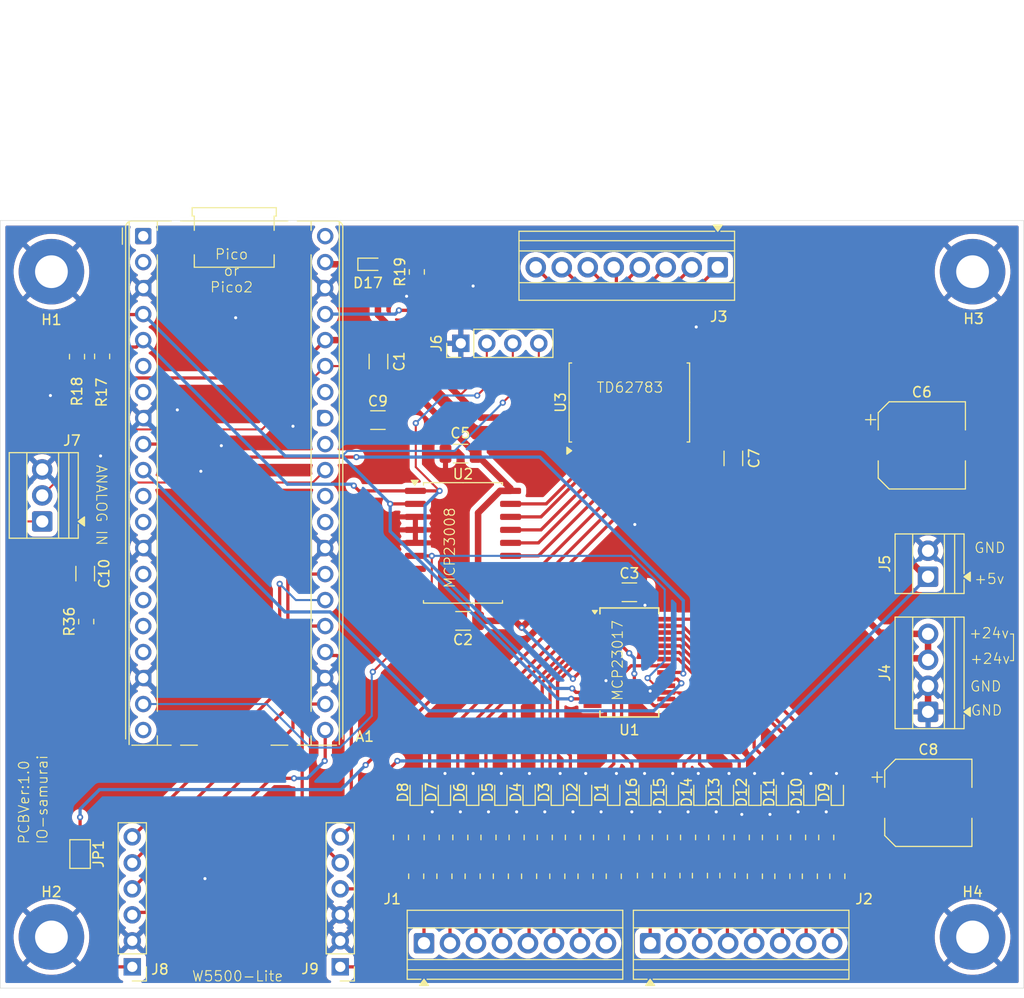
<source format=kicad_pcb>
(kicad_pcb (version 20241229) (generator "pcbnew") (generator_version "9.0")
  (layers (0 "F.Cu" signal) (2 "B.Cu" signal) (13 "F.Paste" user) (15 "B.Paste" user) (5 "F.SilkS" user "F.Silkscreen") (7 "B.SilkS" user "B.Silkscreen") (1 "F.Mask" user) (3 "B.Mask" user) (25 "Edge.Cuts" user))
  (net 0 "")
  (net 1 "GND")
  (net 2 "+5V")
  (net 4 "/MISO")
  (net 6 "/SCSn")
  (net 7 "/INTn")
  (net 9 "/adc0")
  (net 10 "/RSTn")
  (net 14 "/SCLK")
  (net 15 "/MOSI")
  (net 17 "Net-(J1-Pin_8)")
  (net 18 "Net-(J1-Pin_7)")
  (net 19 "Net-(J1-Pin_3)")
  (net 20 "Net-(J1-Pin_5)")
  (net 21 "Net-(J1-Pin_2)")
  (net 22 "Net-(J1-Pin_1)")
  (net 23 "Net-(J1-Pin_6)")
  (net 24 "Net-(J1-Pin_4)")
  (net 25 "Net-(J2-Pin_8)")
  (net 26 "Net-(J2-Pin_4)")
  (net 27 "Net-(J2-Pin_2)")
  (net 28 "Net-(J2-Pin_3)")
  (net 29 "Net-(J2-Pin_5)")
  (net 30 "Net-(J2-Pin_6)")
  (net 31 "Net-(J2-Pin_1)")
  (net 32 "Net-(J2-Pin_7)")
  (net 33 "+24V")
  (net 48 "/inp07")
  (net 49 "/inp06")
  (net 50 "/inp05")
  (net 51 "/inp04")
  (net 52 "/inp03")
  (net 53 "/inp02")
  (net 54 "/inp01")
  (net 55 "/inp00")
  (net 56 "/inp15")
  (net 57 "/inp14")
  (net 58 "/inp13")
  (net 59 "/inp12")
  (net 60 "/inp11")
  (net 61 "/inp10")
  (net 62 "/inp09")
  (net 63 "/inp08")
  (net 64 "/out04i")
  (net 65 "/out02i")
  (net 66 "/out06i")
  (net 67 "/out07i")
  (net 68 "/out00i")
  (net 69 "/out03i")
  (net 70 "/out01i")
  (net 71 "/out05i")
  (net 72 "/o04")
  (net 73 "/o01")
  (net 74 "/o00")
  (net 75 "/o02")
  (net 76 "/o07")
  (net 77 "/o05")
  (net 78 "/o06")
  (net 79 "/o03")
  (net 80 "/in_inta")
  (net 81 "/~{reset}")
  (net 82 "/sda")
  (net 83 "/in_intb")
  (net 84 "/sck")
  (net 85 "+3.3V")
  (net 86 "Net-(A1-3V3_EN)")
  (net 87 "Net-(A1-VSYS)")
  (net 88 "Net-(J8-Pin_1)")
  (net 89 "Net-(C10-Pad2)")
  (footprint "Resistor_SMD:R_0805_2012Metric" (layer "F.Cu") (at 25.407 50.384 90)
    (property "Reference" "R18")
    (property "Value" "4k7")
  )
  (footprint "Jumper:SolderJumper-2_P1.3mm_Open_TrianglePad1.0x1.5mm" (layer "F.Cu") (at 25.707 98.984 -90)
    (property "Reference" "JP1")
    (property "Value" "Jumper_2_Open")
  )
  (footprint "Resistor_SMD:R_0805_2012Metric" (layer "F.Cu") (at 69.577857 101.1535 90)
    (property "Reference" "R4" (hide yes))
    (property "Value" "10k")
  )
  (footprint "Diode_SMD:D_SOD-523" (layer "F.Cu") (at 86.269286 92.964 90)
    (property "Reference" "D14")
    (property "Value" "3v6")
  )
  (footprint "Resistor_SMD:R_0805_2012Metric" (layer "F.Cu") (at 94.324714 101.1535 90)
    (property "Reference" "R7" (hide yes))
    (property "Value" "10k")
  )
  (footprint "Resistor_SMD:R_0805_2012Metric" (layer "F.Cu") (at 86.269286 101.092 90)
    (property "Reference" "R14" (hide yes))
    (property "Value" "10k")
  )
  (footprint "Resistor_SMD:R_0805_2012Metric" (layer "F.Cu") (at 79.61 97.36 90)
    (property "Reference" "R28" (hide yes))
    (property "Value" "1.5k")
  )
  (footprint "Diode_SMD:D_SOD-523" (layer "F.Cu") (at 75.093286 92.964 90)
    (property "Reference" "D2")
    (property "Value" "3v6")
  )
  (footprint "TerminalBlock:TerminalBlock_Xinya_XY308-2.54-2P_1x02_P2.54mm_Horizontal" (layer "F.Cu") (at 108.5565 71.887 90)
    (property "Reference" "J5")
    (property "Value" "Screw_Terminal_01x02")
  )
  (footprint "TerminalBlock:TerminalBlock_Xinya_XY308-2.54-3P_1x03_P2.54mm_Horizontal" (layer "F.Cu") (at 22.007 66.484 90)
    (property "Reference" "J7")
    (property "Value" "Screw_Terminal_01x03" (hide yes))
  )
  (footprint "Resistor_SMD:R_0805_2012Metric" (layer "F.Cu") (at 87.86 97.36 90)
    (property "Reference" "R31" (hide yes))
    (property "Value" "1.5k")
  )
  (footprint "Resistor_SMD:R_0805_2012Metric" (layer "F.Cu") (at 26.307 76.2715 90)
    (property "Reference" "R36")
    (property "Value" "10k")
  )
  (footprint "Diode_SMD:D_SOD-523" (layer "F.Cu") (at 61.304714 92.964 90)
    (property "Reference" "D7")
    (property "Value" "3v6")
  )
  (footprint "Diode_SMD:D_SOD-523" (layer "F.Cu") (at 94.324714 92.964 90)
    (property "Reference" "D11")
    (property "Value" "3v6")
  )
  (footprint "Capacitor_SMD:CP_Elec_8x5.4" (layer "F.Cu") (at 107.95 59.055)
    (property "Reference" "C6")
    (property "Value" "100uF 9v")
  )
  (footprint "Capacitor_SMD:CP_Elec_8x5.4" (layer "F.Cu") (at 108.585 93.98)
    (property "Reference" "C8")
    (property "Value" "100uF 50v")
  )
  (footprint "Resistor_SMD:R_0805_2012Metric" (layer "F.Cu") (at 73.86 97.36 90)
    (property "Reference" "R26" (hide yes))
    (property "Value" "1.5k")
  )
  (footprint "Capacitor_SMD:C_1206_3216Metric" (layer "F.Cu") (at 62.885 59.86 180)
    (property "Reference" "C5")
    (property "Value" "100nF")
  )
  (footprint "Resistor_SMD:R_0805_2012Metric" (layer "F.Cu") (at 98.61 97.36 90)
    (property "Reference" "R35" (hide yes))
    (property "Value" "1.5k")
  )
  (footprint "Resistor_SMD:R_0805_2012Metric" (layer "F.Cu") (at 58.61 42.11 90)
    (property "Reference" "R19")
    (property "Value" "100k")
  )
  (footprint "Capacitor_SMD:C_1206_3216Metric" (layer "F.Cu") (at 54.86 50.86 90)
    (property "Reference" "C1")
    (property "Value" "100nF")
  )
  (footprint "Resistor_SMD:R_0805_2012Metric" (layer "F.Cu") (at 58.547 101.1535 90)
    (property "Reference" "R12" (hide yes))
    (property "Value" "10k")
  )
  (footprint "Diode_SMD:D_SOD-523" (layer "F.Cu") (at 83.584143 92.964 90)
    (property "Reference" "D15")
    (property "Value" "3v6")
  )
  (footprint "Diode_SMD:D_SOD-523" (layer "F.Cu") (at 77.851 92.964 90)
    (property "Reference" "D1")
    (property "Value" "3v6")
  )
  (footprint "Module:RaspberryPi_Pico_Common_THT" (layer "F.Cu") (at 31.877 38.608)
    (property "Reference" "A1")
    (property "Value" "RaspberryPi_Pico")
  )
  (footprint "Resistor_SMD:R_0805_2012Metric" (layer "F.Cu") (at 65.61 97.36 90)
    (property "Reference" "R23" (hide yes))
    (property "Value" "1.5k")
  )
  (footprint "MountingHole:MountingHole_3.2mm_M3_Pad_TopBottom" (layer "F.Cu") (at 22.907 107.084)
    (property "Reference" "H2")
    (property "Value" "3.2mm")
  )
  (footprint "Resistor_SMD:R_0805_2012Metric" (layer "F.Cu") (at 75.093286 101.1535 90)
    (property "Reference" "R2" (hide yes))
    (property "Value" "10k")
  )
  (footprint "Capacitor_SMD:C_1206_3216Metric" (layer "F.Cu") (at 79.375 73.406)
    (property "Reference" "C3")
    (property "Value" "100nF")
  )
  (footprint "Resistor_SMD:R_0805_2012Metric" (layer "F.Cu") (at 97.009857 101.1535 90)
    (property "Reference" "R6" (hide yes))
    (property "Value" "10k")
  )
  (footprint "Resistor_SMD:R_0805_2012Metric" (layer "F.Cu") (at 77.851 101.1535 90)
    (property "Reference" "R1" (hide yes))
    (property "Value" "10k")
  )
  (footprint "Diode_SMD:D_SOD-523" (layer "F.Cu") (at 66.820143 92.964 90)
    (property "Reference" "D5")
    (property "Value" "3v6")
  )
  (footprint "Resistor_SMD:R_0805_2012Metric" (layer "F.Cu") (at 83.584143 101.092 90)
    (property "Reference" "R15" (hide yes))
    (property "Value" "10k")
  )
  (footprint "Package_SO:SOIC-18W_7.5x11.6mm_P1.27mm" (layer "F.Cu") (at 79.375 54.864 90)
    (property "Reference" "U3")
    (property "Value" "TBD62783A")
  )
  (footprint "Diode_SMD:D_SOD-523" (layer "F.Cu") (at 99.695 92.964 90)
    (property "Reference" "D9")
    (property "Value" "3v6")
  )
  (footprint "Resistor_SMD:R_0805_2012Metric" (layer "F.Cu") (at 99.695 101.1535 90)
    (property "Reference" "R5" (hide yes))
    (property "Value" "10k")
  )
  (footprint "Connector_PinHeader_2.54mm:PinHeader_1x06_P2.54mm_Vertical" (layer "F.Cu") (at 30.807 110.004 180)
    (property "Reference" "J8")
    (property "Value" "Conn_01x06_Pin")
  )
  (footprint "Resistor_SMD:R_0805_2012Metric" (layer "F.Cu") (at 68.36 97.36 90)
    (property "Reference" "R24" (hide yes))
    (property "Value" "1.5k")
  )
  (footprint "MountingHole:MountingHole_3.2mm_M3_Pad_TopBottom" (layer "F.Cu") (at 112.907 107.084)
    (property "Reference" "H4")
    (property "Value" "3.2mm")
  )
  (footprint "Capacitor_SMD:C_1206_3216Metric" (layer "F.Cu") (at 63.119 76.2 180)
    (property "Reference" "C2")
    (property "Value" "100nF")
  )
  (footprint "Resistor_SMD:R_0805_2012Metric" (layer "F.Cu") (at 91.639571 101.1535 90)
    (property "Reference" "R8" (hide yes))
    (property "Value" "10k")
  )
  (footprint "Capacitor_SMD:C_1206_3216Metric" (layer "F.Cu") (at 54.807 56.584)
    (property "Reference" "C9")
    (property "Value" "100nF")
  )
  (footprint "Diode_SMD:D_SOD-523" (layer "F.Cu") (at 88.954429 92.964 90)
    (property "Reference" "D13")
    (property "Value" "3v6")
  )
  (footprint "Resistor_SMD:R_0805_2012Metric" (layer "F.Cu") (at 62.86 97.36 90)
    (property "Reference" "R22" (hide yes))
    (property "Value" "1.5k")
  )
  (footprint "Resistor_SMD:R_0805_2012Metric" (layer "F.Cu") (at 57.06 97.36 90)
    (property "Reference" "R20" (hide yes))
    (property "Value" "1.5k")
  )
  (footprint "Resistor_SMD:R_0805_2012Metric" (layer "F.Cu") (at 93.11 97.36 90)
    (property "Reference" "R33" (hide yes))
    (property "Value" "1.5k")
  )
  (footprint "Diode_SMD:D_SOD-523" (layer "F.Cu") (at 69.577857 92.964 90)
    (property "Reference" "D4")
    (property "Value" "3v6")
  )
  (footprint "Resistor_SMD:R_0805_2012Metric" (layer "F.Cu") (at 66.820143 101.1535 90)
    (property "Reference" "R9" (hide yes))
    (property "Value" "10k")
  )
  (footprint "Resistor_SMD:R_0805_2012Metric" (layer "F.Cu") (at 82.36 97.36 90)
    (property "Reference" "R29" (hide yes))
    (property "Value" "1.5k")
  )
  (footprint "TerminalBlock:TerminalBlock_Xinya_XY308-2.54-4P_1x04_P2.54mm_Horizontal" (layer "F.Cu") (at 108.5565 85.09 90)
    (property "Reference" "J4")
    (property "Value" "Screw_Terminal_01x04")
  )
  (footprint "Diode_SMD:D_SOD-523" (layer "F.Cu") (at 97.009857 92.964 90)
    (property "Reference" "D10")
    (property "Value" "3v6")
  )
  (footprint "Resistor_SMD:R_0805_2012Metric" (layer "F.Cu") (at 90.36 97.36 90)
    (property "Reference" "R32" (hide yes))
    (property "Value" "1.5k")
  )
  (footprint "Resistor_SMD:R_0805_2012Metric" (layer "F.Cu") (at 71.11 97.36 90)
    (property "Reference" "R25" (hide yes))
    (property "Value" "1.5k")
  )
  (footprint "MountingHole:MountingHole_3.2mm_M3_Pad_TopBottom" (layer "F.Cu") (at 22.907 42.084)
    (property "Reference" "H1")
    (property "Value" "3.2mm")
  )
  (footprint "Diode_SMD:D_SOD-523" (layer "F.Cu") (at 64.062429 92.964 90)
    (property "Reference" "D6")
    (property "Value" "3v6")
  )
  (footprint "TerminalBlock:TerminalBlock_Xinya_XY308-2.54-8P_1x08_P2.54mm_Horizontal" (layer "F.Cu") (at 88.011 41.656 180)
    (property "Reference" "J3")
    (property "Value" "Screw_Terminal_01x08")
  )
  (footprint "Package_SO:SOIC-18W_7.5x11.6mm_P1.27mm" (layer "F.Cu") (at 63.119 68.58)
    (property "Reference" "U2")
    (property "Value" "MCP23008-xSO")
  )
  (footprint "Diode_SMD:D_SOD-523" (layer "F.Cu") (at 58.547 92.964 90)
    (property "Reference" "D8")
    (property "Value" "3v6")
  )
  (footprint "Resistor_SMD:R_0805_2012Metric" (layer "F.Cu") (at 85.11 97.36 90)
    (property "Reference" "R30" (hide yes))
    (property "Value" "1.5k")
  )
  (footprint "TerminalBlock:TerminalBlock_Xinya_XY308-2.54-8P_1x08_P2.54mm_Horizontal" (layer "F.Cu") (at 81.407 107.696)
    (property "Reference" "J2")
    (property "Value" "Screw_Terminal_01x08")
  )
  (footprint "Diode_SMD:D_SOD-523" (layer "F.Cu") (at 91.639571 92.964 90)
    (property "Reference" "D12")
    (property "Value" "3v6")
  )
  (footprint "Resistor_SMD:R_0805_2012Metric" (layer "F.Cu") (at 27.86 50.36 90)
    (property "Reference" "R17")
    (property "Value" "4k7")
  )
  (footprint "TerminalBlock:TerminalBlock_Xinya_XY308-2.54-8P_1x08_P2.54mm_Horizontal" (layer "F.Cu") (at 59.309 107.696)
    (property "Reference" "J1")
    (property "Value" "Screw_Terminal_01x08")
  )
  (footprint "Resistor_SMD:R_0805_2012Metric" (layer "F.Cu") (at 61.304714 101.1535 90)
    (property "Reference" "R11" (hide yes))
    (property "Value" "10k")
  )
  (footprint "Diode_SMD:D_SOD-523" (layer "F.Cu") (at 72.335571 92.964 90)
    (property "Reference" "D3")
    (property "Value" "3v6")
  )
  (footprint "Resistor_SMD:R_0805_2012Metric" (layer "F.Cu") (at 72.335571 101.1535 90)
    (property "Reference" "R3" (hide yes))
    (property "Value" "10k")
  )
  (footprint "Connector_PinHeader_2.54mm:PinHeader_1x06_P2.54mm_Vertical" (layer "F.Cu") (at 51.127 110.004 180)
    (property "Reference" "J9")
    (property "Value" "Conn_01x06_Pin")
  )
  (footprint "Resistor_SMD:R_0805_2012Metric" (layer "F.Cu") (at 60.06 97.36 90)
    (property "Reference" "R21" (hide yes))
    (property "Value" "1.5k")
  )
  (footprint "Resistor_SMD:R_0805_2012Metric" (layer "F.Cu") (at 95.86 97.36 90)
    (property "Reference" "R34" (hide yes))
    (property "Value" "1.5k")
  )
  (footprint "Resistor_SMD:R_0805_2012Metric" (layer "F.Cu") (at 88.954429 101.092 90)
    (property "Reference" "R13" (hide yes))
    (property "Value" "10k")
  )
  (footprint "Resistor_SMD:R_0805_2012Metric" (layer "F.Cu") (at 64.062429 101.1535 90)
    (property "Reference" "R10" (hide yes))
    (property "Value" "10k")
  )
  (footprint "Diode_SMD:D_SOD-523" (layer "F.Cu") (at 54.11 41.36)
    (property "Reference" "D17")
    (property "Value" "D_Schottky")
  )
  (footprint "Resistor_SMD:R_0805_2012Metric" (layer "F.Cu") (at 80.899 101.092 90)
    (property "Reference" "R16" (hide yes))
    (property "Value" "10k")
  )
  (footprint "Connector_PinHeader_2.54mm:PinHeader_1x04_P2.54mm_Vertical" (layer "F.Cu") (at 62.907 49.084 90)
    (property "Reference" "J6")
    (property "Value" "Conn_01x04_Pin")
  )
  (footprint "Capacitor_SMD:C_1206_3216Metric" (layer "F.Cu") (at 89.535 60.325 90)
    (property "Reference" "C7")
    (property "Value" "100nF")
  )
  (footprint "Package_SO:SSOP-28_5.3x10.2mm_P0.65mm" (layer "F.Cu") (at 79.375 80.264)
    (property "Reference" "U1")
    (property "Value" "MCP23017_SS")
  )
  (footprint "Capacitor_SMD:C_1206_3216Metric" (layer "F.Cu") (at 26.207 71.584 -90)
    (property "Reference" "C10")
    (property "Value" "100nF")
  )
  (footprint "Resistor_SMD:R_0805_2012Metric" (layer "F.Cu") (at 76.61 97.36 90)
    (property "Reference" "R27" (hide yes))
    (property "Value" "1.5k")
  )
  (footprint "MountingHole:MountingHole_3.2mm_M3_Pad_TopBottom" (layer "F.Cu") (at 112.907 42.084)
    (property "Reference" "H3")
    (property "Value" "3.2mm")
  )
  (footprint "Diode_SMD:D_SOD-523" (layer "F.Cu") (at 80.899 92.964 90)
    (property "Reference" "D16")
    (property "Value" "3v6")
  )
  (gr_line (start 116.907 77.484) (end 116.907 80.084) (stroke (width 0.1)) (layer "F.SilkS"))
  (gr_line (start 116.607 77.484) (end 116.907 77.484) (stroke (width 0.1)) (layer "F.SilkS"))
  (gr_line (start 116.907 80.084) (end 116.607 80.084) (stroke (width 0.1)) (layer "F.SilkS"))
  (gr_rect (start 17.907 37.084) (end 117.907 112.084) (stroke (width 0.05)) (fill no) (layer "Edge.Cuts"))
  (gr_text "MCP23017" (at 78.807 84.084 90) (layer "F.SilkS") (effects (font (size 1 1) (thickness 0.1)) (justify left bottom)))
  (gr_text "IO-samurai" (at 22.607 98.084 90) (layer "F.SilkS") (effects (font (size 1 1) (thickness 0.1)) (justify left bottom)))
  (gr_text "PCBVer:1.0" (at 20.807 98.084 90) (layer "F.SilkS") (effects (font (size 1 1) (thickness 0.1)) (justify left bottom)))
  (gr_text "Pico\nor\nPico2" (at 40.507 44.184 0) (layer "F.SilkS") (effects (font (size 1 1) (thickness 0.1)) (justify bottom)))
  (gr_text "GND" (at 113.007 69.647 0) (layer "F.SilkS") (effects (font (size 1 1) (thickness 0.1)) (justify left bottom)))
  (gr_text "GND" (at 112.6865 85.53 0) (layer "F.SilkS") (effects (font (size 1 1) (thickness 0.1)) (justify left bottom)))
  (gr_text "W5500-Lite" (at 36.577 111.504 0) (layer "F.SilkS") (effects (font (size 1 1) (thickness 0.1)) (justify left bottom)))
  (gr_text "GND" (at 112.607 83.184 0) (layer "F.SilkS") (effects (font (size 1 1) (thickness 0.1)) (justify left bottom)))
  (gr_text "ANALOG IN" (at 27.207 60.884 270) (layer "F.SilkS") (effects (font (size 1 1) (thickness 0.1)) (justify left bottom)))
  (gr_text "+24v" (at 112.507 77.984 0) (layer "F.SilkS") (effects (font (size 1 1) (thickness 0.1)) (justify left bottom)))
  (gr_text "+24v" (at 112.607 80.484 0) (layer "F.SilkS") (effects (font (size 1 1) (thickness 0.1)) (justify left bottom)))
  (gr_text "MCP23008" (at 62.407 73.084 90) (layer "F.SilkS") (effects (font (size 1 1) (thickness 0.1)) (justify left bottom)))
  (gr_text "+5v" (at 113.007 72.684 0) (layer "F.SilkS") (effects (font (size 1 1) (thickness 0.1)) (justify left bottom)))
  (gr_text "TD62783" (at 76.107 53.984 0) (layer "F.SilkS") (effects (font (size 1 1) (thickness 0.1)) (justify left bottom)))
  (segment (start 77.851 92.264) (end 77.851 91.369) (width 0.3175) (layer "F.Cu") (net 1))
  (segment (start 97.009857 91.210143) (end 97.11 91.11) (width 0.3175) (layer "F.Cu") (net 1))
  (segment (start 79.61 96.4475) (end 79.61 94.86) (width 0.3175) (layer "F.Cu") (net 1))
  (segment (start 99.695 91.195) (end 99.61 91.11) (width 0.3175) (layer "F.Cu") (net 1))
  (segment (start 82.36 96.4475) (end 82.36 94.86) (width 0.3175) (layer "F.Cu") (net 1))
  (segment (start 73.86 96.4475) (end 73.86 94.86) (width 0.3175) (layer "F.Cu") (net 1))
  (segment (start 91.639571 92.264) (end 91.639571 91.139571) (width 0.3175) (layer "F.Cu") (net 1))
  (segment (start 98.61 96.4475) (end 98.36 96.1975) (width 0.254) (layer "F.Cu") (net 1))
  (segment (start 84.51 83.51) (end 84.189 83.189) (width 0.2) (layer "F.Cu") (net 1))
  (segment (start 66.820143 91.149857) (end 66.86 91.11) (width 0.3175) (layer "F.Cu") (net 1))
  (segment (start 88.954429 91.265571) (end 89.11 91.11) (width 0.3175) (layer "F.Cu") (net 1))
  (segment (start 75.093286 91.126714) (end 75.11 91.11) (width 0.3175) (layer "F.Cu") (net 1))
  (segment (start 64.062429 91.157571) (end 64.11 91.11) (width 0.3175) (layer "F.Cu") (net 1))
  (segment (start 86.269286 91.269286) (end 86.11 91.11) (width 0.3175) (layer "F.Cu") (net 1))
  (segment (start 80.899 92.264) (end 80.899 91.149) (width 0.3175) (layer "F.Cu") (net 1))
  (segment (start 82.975 83.189) (end 81.538 83.189) (width 0.3175) (layer "F.Cu") (net 1))
  (segment (start 80.899 74.676) (end 80.85 74.627) (width 0.3175) (layer "F.Cu") (net 1))
  (segment (start 93.11 96.4475) (end 93.11 95.11) (width 0.3175) (layer "F.Cu") (net 1))
  (segment (start 90.36 96.4475) (end 90.36 95.11) (width 0.3175) (layer "F.Cu") (net 1))
  (segment (start 83.584143 92.264) (end 83.584143 91.135857) (width 0.3175) (layer "F.Cu") (net 1))
  (segment (start 61.304714 92.264) (end 61.304714 91.165286) (width 0.3175) (layer "F.Cu") (net 1))
  (segment (start 69.577857 92.264) (end 69.577857 91.142143) (width 0.3175) (layer "F.Cu") (net 1))
  (segment (start 62.86 96.4475) (end 62.86 94.86) (width 0.3175) (layer "F.Cu") (net 1))
  (segment (start 76.61 96.4475) (end 76.61 94.86) (width 0.3175) (layer "F.Cu") (net 1))
  (segment (start 85.11 96.4475) (end 85.11 94.86) (width 0.3175) (layer "F.Cu") (net 1))
  (segment (start 84.189 83.189) (end 82.975 83.189) (width 0.2) (layer "F.Cu") (net 1))
  (segment (start 82.975 83.839) (end 84.181 83.839) (width 0.2) (layer "F.Cu") (net 1))
  (segment (start 72.335571 92.264) (end 72.335571 91.384429) (width 0.3175) (layer "F.Cu") (net 1))
  (segment (start 71.11 96.4475) (end 71.11 94.86) (width 0.3175) (layer "F.Cu") (net 1))
  (segment (start 80.899 91.149) (end 80.86 91.11) (width 0.3175) (layer "F.Cu") (net 1))
  (segment (start 72.335571 91.384429) (end 72.61 91.11) (width 0.3175) (layer "F.Cu") (net 1))
  (segment (start 85.11 96.4475) (end 84.86 96.1975) (width 0.254) (layer "F.Cu") (net 1))
  (segment (start 87.86 96.4475) (end 87.61 96.1975) (width 0.254) (layer "F.Cu") (net 1))
  (segment (start 66.820143 92.264) (end 66.820143 91.149857) (width 0.3175) (layer "F.Cu") (net 1))
  (segment (start 69.577857 91.142143) (end 69.61 91.11) (width 0.3175) (layer "F.Cu") (net 1))
  (segment (start 65.61 96.4475) (end 65.61 94.86) (width 0.3175) (layer "F.Cu") (net 1))
  (segment (start 64.062429 92.264) (end 64.062429 91.157571) (width 0.3175) (layer "F.Cu") (net 1))
  (segment (start 94.324714 91.145286) (end 94.36 91.11) (width 0.3175) (layer "F.Cu") (net 1))
  (segment (start 61.304714 91.165286) (end 61.36 91.11) (width 0.3175) (layer "F.Cu") (net 1))
  (segment (start 60.06 96.4475) (end 60.06 94.91) (width 0.3175) (layer "F.Cu") (net 1))
  (segment (start 87.86 96.4475) (end 87.86 94.86) (width 0.3175) (layer "F.Cu") (net 1))
  (segment (start 84.181 83.839) (end 84.51 83.51) (width 0.2) (layer "F.Cu") (net 1))
  (segment (start 60.06 94.91) (end 60.11 94.86) (width 0.3175) (layer "F.Cu") (net 1))
  (segment (start 88.954429 92.264) (end 88.954429 91.265571) (width 0.3175) (layer "F.Cu") (net 1))
  (segment (start 81.538 83.189) (end 81.407 83.058) (width 0.3175) (layer "F.Cu") (net 1))
  (segment (start 108.5565 85.09) (end 108.5565 82.55) (width 0.635) (layer "F.Cu") (net 1))
  (segment (start 98.61 96.4475) (end 98.61 94.86) (width 0.3175) (layer "F.Cu") (net 1))
  (segment (start 83.584143 91.135857) (end 83.61 91.11) (width 0.3175) (layer "F.Cu") (net 1))
  (segment (start 68.36 96.4475) (end 68.36 94.86) (width 0.3175) (layer "F.Cu") (net 1))
  (segment (start 86.269286 92.264) (end 86.269286 91.269286) (width 0.3175) (layer "F.Cu") (net 1))
  (segment (start 75.775 81.889) (end 76.936 81.889) (width 0.3175) (layer "F.Cu") (net 1))
  (segment (start 95.86 96.4475) (end 95.86 94.86) (width 0.3175) (layer "F.Cu") (net 1))
  (segment (start 97.009857 92.264) (end 97.009857 91.210143) (width 0.3175) (layer "F.Cu") (net 1))
  (segment (start 95.86 96.4475) (end 95.61 96.1975) (width 0.254) (layer "F.Cu") (net 1))
  (segment (start 75.093286 92.264) (end 75.093286 91.126714) (width 0.3175) (layer "F.Cu") (net 1))
  (segment (start 91.639571 91.139571) (end 91.61 91.11) (width 0.3175) (layer "F.Cu") (net 1))
  (segment (start 99.695 92.264) (end 99.695 91.195) (width 0.3175) (layer "F.Cu") (net 1))
  (segment (start 76.936 81.889) (end 77.089 82.042) (width 0.3175) (layer "F.Cu") (net 1))
  (segment (start 77.851 91.369) (end 78.11 91.11) (width 0.3175) (layer "F.Cu") (net 1))
  (segment (start 94.324714 92.264) (end 94.324714 91.145286) (width 0.3175) (layer "F.Cu") (net 1))
  (segment (start 108.3515 82.755) (end 108.5565 82.55) (width 0.635) (layer "F.Cu") (net 1))
  (via (at 22.807 54.184) (size 0.6) (drill 0.3) (layers "F.Cu" "B.Cu") (net 1))
  (via (at 87.86 94.86) (size 0.6) (drill 0.3) (layers "F.Cu" "B.Cu") (net 1))
  (via (at 89.11 91.11) (size 0.6) (drill 0.3) (layers "F.Cu" "B.Cu") (net 1))
  (via (at 90.36 95.11) (size 0.6) (drill 0.3) (layers "F.Cu" "B.Cu") (net 1))
  (via (at 57.607 44.484) (size 0.6) (drill 0.3) (layers "F.Cu" "B.Cu") (net 1))
  (via (at 83.61 91.11) (size 0.6) (drill 0.3) (layers "F.Cu" "B.Cu") (net 1))
  (via (at 76.61 94.86) (size 0.6) (drill 0.3) (layers "F.Cu" "B.Cu") (net 1))
  (via (at 72.61 91.11) (size 0.6) (drill 0.3) (layers "F.Cu" "B.Cu") (net 1))
  (via (at 99.61 91.11) (size 0.6) (drill 0.3) (layers "F.Cu" "B.Cu") (net 1))
  (via (at 39.507 59.084) (size 0.6) (drill 0.3) (layers "F.Cu" "B.Cu") (net 1))
  (via (at 73.86 94.86) (size 0.6) (drill 0.3) (layers "F.Cu" "B.Cu") (net 1))
  (via (at 40.907 46.584) (size 0.6) (drill 0.3) (layers "F.Cu" "B.Cu") (net 1))
  (via (at 91.61 91.11) (size 0.6) (drill 0.3) (layers "F.Cu" "B.Cu") (net 1))
  (via (at 86.11 91.11) (size 0.6) (drill 0.3) (layers "F.Cu" "B.Cu") (net 1))
  (via (at 64.11 91.11) (size 0.6) (drill 0.3) (layers "F.Cu" "B.Cu") (net 1))
  (via (at 46.507 57.184) (size 0.6) (drill 0.3) (layers "F.Cu" "B.Cu") (net 1))
  (via (at 37.907 101.384) (size 0.6) (drill 0.3) (layers "F.Cu" "B.Cu") (net 1))
  (via (at 37.507 61.584) (size 0.6) (drill 0.3) (layers "F.Cu" "B.Cu") (net 1))
  (via (at 75.11 91.11) (size 0.6) (drill 0.3) (layers "F.Cu" "B.Cu") (net 1))
  (via (at 65.61 94.86) (size 0.6) (drill 0.3) (layers "F.Cu" "B.Cu") (net 1))
  (via (at 60.11 94.86) (size 0.6) (drill 0.3) (layers "F.Cu" "B.Cu") (net 1))
  (via (at 80.86 91.11) (size 0.6) (drill 0.3) (layers "F.Cu" "B.Cu") (net 1))
  (via (at 71.11 94.86) (size 0.6) (drill 0.3) (layers "F.Cu" "B.Cu") (net 1))
  (via (at 95.86 94.86) (size 0.6) (drill 0.3) (layers "F.Cu" "B.Cu") (net 1))
  (via (at 79.61 94.86) (size 0.6) (drill 0.3) (layers "F.Cu" "B.Cu") (net 1))
  (via (at 94.36 91.11) (size 0.6) (drill 0.3) (layers "F.Cu" "B.Cu") (net 1))
  (via (at 61.36 91.11) (size 0.6) (drill 0.3) (layers "F.Cu" "B.Cu") (net 1))
  (via (at 27.707 60.084) (size 0.6) (drill 0.3) (layers "F.Cu" "B.Cu") (net 1))
  (via (at 79.907 66.784) (size 0.6) (drill 0.3) (layers "F.Cu" "B.Cu") (net 1))
  (via (at 69.61 91.11) (size 0.6) (drill 0.3) (layers "F.Cu" "B.Cu") (net 1))
  (via (at 82.36 94.86) (size 0.6) (drill 0.3) (layers "F.Cu" "B.Cu") (net 1))
  (via (at 97.11 91.11) (size 0.6) (drill 0.3) (layers "F.Cu" "B.Cu") (net 1))
  (via (at 93.11 95.11) (size 0.6) (drill 0.3) (layers "F.Cu" "B.Cu") (net 1))
  (via (at 66.86 91.11) (size 0.6) (drill 0.3) (layers "F.Cu" "B.Cu") (net 1))
  (via (at 64.107 43.484) (size 0.6) (drill 0.3) (layers "F.Cu" "B.Cu") (net 1))
  (via (at 85.11 94.86) (size 0.6) (drill 0.3) (layers "F.Cu" "B.Cu") (net 1))
  (via (at 77.089 82.042) (size 0.6) (drill 0.3) (layers "F.Cu" "B.Cu") (net 1))
  (via (at 78.11 91.11) (size 0.6) (drill 0.3) (layers "F.Cu" "B.Cu") (net 1))
  (via (at 68.36 94.86) (size 0.6) (drill 0.3) (layers "F.Cu" "B.Cu") (net 1))
  (via (at 81.407 83.058) (size 0.6) (drill 0.3) (layers "F.Cu" "B.Cu") (net 1))
  (via (at 80.899 74.676) (size 0.6) (drill 0.3) (layers "F.Cu" "B.Cu") (net 1))
  (via (at 62.86 94.86) (size 0.6) (drill 0.3) (layers "F.Cu" "B.Cu") (net 1))
  (via (at 98.61 94.86) (size 0.6) (drill 0.3) (layers "F.Cu" "B.Cu") (net 1))
  (via (at 35.207 55.584) (size 0.6) (drill 0.3) (layers "F.Cu" "B.Cu") (net 1))
  (via (at 85.907 47.484) (size 0.6) (drill 0.3) (layers "F.Cu" "B.Cu") (net 1))
  (segment (start 80.391 82.042) (end 77.089 82.042) (width 0.3175) (layer "B.Cu") (net 1))
  (segment (start 81.407 83.058) (end 80.391 82.042) (width 0.3175) (layer "B.Cu") (net 1))
  (segment (start 80.899 74.676) (end 77.089 78.486) (width 0.3175) (layer "B.Cu") (net 1))
  (segment (start 77.089 78.486) (end 77.089 82.042) (width 0.3175) (layer "B.Cu") (net 1))
  (segment (start 59.3645 50.8555) (end 54.81 46.301) (width 0.635) (layer "F.Cu") (net 2))
  (segment (start 62.8 54.291) (end 62.8 54.191) (width 0.2) (layer "F.Cu") (net 2))
  (segment (start 54.81 46.301) (end 54.81 41.36) (width 0.635) (layer "F.Cu") (net 2))
  (segment (start 108.5565 71.887) (end 108.336 71.887) (width 0.635) (layer "F.Cu") (net 2))
  (segment (start 104.9 59.055) (end 102.87 59.055) (width 0.635) (layer "F.Cu") (net 2))
  (segment (start 53.687 110.004) (end 51.127 110.004) (width 0.3175) (layer "F.Cu") (net 2))
  (segment (start 102.87 59.055) (end 99.187 62.738) (width 0.635) (layer "F.Cu") (net 2))
  (segment (start 54.807 99.484) (end 54.807 102.384) (width 0.3175) (layer "F.Cu") (net 2))
  (segment (start 62.8 54.191) (end 65.447 51.544) (width 0.2) (layer "F.Cu") (net 2))
  (segment (start 51.127 102.384) (end 54.807 102.384) (width 0.3175) (layer "F.Cu") (net 2))
  (segment (start 62.8 54.291) (end 59.3645 50.8555) (width 0.635) (layer "F.Cu") (net 2))
  (segment (start 64.848 56.339) (end 62.8 54.291) (width 0.635) (layer "F.Cu") (net 2))
  (segment (start 54.807 102.384) (end 54.807 108.884) (width 0.3175) (layer "F.Cu") (net 2))
  (segment (start 54.807 108.884) (end 53.687 110.004) (width 0.3175) (layer "F.Cu") (net 2))
  (segment (start 99.187 62.738) (end 92.788 56.339) (width 0.635) (layer "F.Cu") (net 2))
  (segment (start 65.447 51.544) (end 65.447 49.084) (width 0.2) (layer "F.Cu") (net 2))
  (segment (start 92.788 56.339) (end 86.995 56.339) (width 0.635) (layer "F.Cu") (net 2))
  (segment (start 54.807 99.484) (end 54.807 91.784) (width 0.3175) (layer "F.Cu") (net 2))
  (segment (start 71.501 56.339) (end 64.848 56.339) (width 0.635) (layer "F.Cu") (net 2))
  (segment (start 54.807 91.784) (end 56.707 89.884) (width 0.3175) (layer "F.Cu") (net 2))
  (segment (start 86.995 56.339) (end 71.501 56.339) (width 0.635) (layer "F.Cu") (net 2))
  (segment (start 108.5125 71.931) (end 108.5565 71.887) (width 0.635) (layer "F.Cu") (net 2))
  (segment (start 108.336 71.887) (end 99.187 62.738) (width 0.635) (layer "F.Cu") (net 2))
  (via (at 56.707 89.884) (size 0.6) (drill 0.3) (layers "F.Cu" "B.Cu") (net 2))
  (segment (start 90.5595 89.884) (end 108.5565 71.887) (width 0.3175) (layer "B.Cu") (net 2))
  (segment (start 56.707 89.884) (end 90.5595 89.884) (width 0.3175) (layer "B.Cu") (net 2))
  (segment (start 32.807 103.140972) (end 32.807 103.984) (width 0.3175) (layer "F.Cu") (net 4))
  (segment (start 44.363972 91.584) (end 32.807 103.140972) (width 0.3175) (layer "F.Cu") (net 4))
  (segment (start 49.607 89.884) (end 49.657 89.834) (width 0.2) (layer "F.Cu") (net 4))
  (segment (start 31.047 104.684) (end 30.807 104.924) (width 0.3175) (layer "F.Cu") (net 4))
  (segment (start 49.657 89.834) (end 49.657 86.868) (width 0.3175) (layer "F.Cu") (net 4))
  (segment (start 46.607 91.584) (end 44.363972 91.584) (width 0.3175) (layer "F.Cu") (net 4))
  (segment (start 32.107 104.684) (end 31.047 104.684) (width 0.3175) (layer "F.Cu") (net 4))
  (segment (start 32.807 103.984) (end 32.107 104.684) (width 0.3175) (layer "F.Cu") (net 4))
  (via (at 46.607 91.584) (size 0.6) (drill 0.3) (layers "F.Cu" "B.Cu") (net 4))
  (via (at 49.607 89.884) (size 0.6) (drill 0.3) (layers "F.Cu" "B.Cu") (net 4))
  (segment (start 47.907 91.584) (end 49.107 90.384) (width 0.3175) (layer "B.Cu") (net 4))
  (segment (start 46.607 91.584) (end 47.907 91.584) (width 0.3175) (layer "B.Cu") (net 4))
  (segment (start 49.107 90.384) (end 49.607 89.884) (width 0.3175) (layer "B.Cu") (net 4))
  (segment (start 49.657 84.328) (end 48.263 84.328) (width 0.3175) (layer "F.Cu") (net 6))
  (segment (start 47.407 85.184) (end 47.407 96.124) (width 0.3175) (layer "F.Cu") (net 6))
  (segment (start 48.263 84.328) (end 47.407 85.184) (width 0.3175) (layer "F.Cu") (net 6))
  (segment (start 47.407 96.124) (end 51.127 99.844) (width 0.3175) (layer "F.Cu") (net 6))
  (segment (start 46.563 71.628) (end 49.657 71.628) (width 0.3175) (layer "F.Cu") (net 7))
  (segment (start 46.007 84.644) (end 30.807 99.844) (width 0.3175) (layer "F.Cu") (net 7))
  (segment (start 46.007 81.484) (end 46.007 84.644) (width 0.3175) (layer "F.Cu") (net 7))
  (segment (start 46.007 72.184) (end 46.563 71.628) (width 0.3175) (layer "F.Cu") (net 7))
  (segment (start 46.007 81.484) (end 46.007 72.184) (width 0.3175) (layer "F.Cu") (net 7))
  (segment (start 26.207 62.684) (end 23.267 62.684) (width 0.2) (layer "F.Cu") (net 9))
  (segment (start 48.441 62.684) (end 26.207 62.684) (width 0.2) (layer "F.Cu") (net 9))
  (segment (start 49.657 61.468) (end 48.441 62.684) (width 0.2) (layer "F.Cu") (net 9))
  (segment (start 26.207 70.109) (end 26.207 62.684) (width 0.2) (layer "F.Cu") (net 9))
  (segment (start 23.267 62.684) (end 22.007 63.944) (width 0.2) (layer "F.Cu") (net 9))
  (segment (start 45.207 82.904) (end 30.807 97.304) (width 0.3175) (layer "F.Cu") (net 10))
  (segment (start 45.207 72.584) (end 45.207 82.904) (width 0.3175) (layer "F.Cu") (net 10))
  (via (at 45.207 72.584) (size 0.6) (drill 0.3) (layers "F.Cu" "B.Cu") (net 10))
  (segment (start 45.207 72.584) (end 46.791 74.168) (width 0.2) (layer "B.Cu") (net 10))
  (segment (start 46.791 74.168) (end 49.657 74.168) (width 0.2) (layer "B.Cu") (net 10))
  (segment (start 50.807 79.584) (end 52.207 80.984) (width 0.3175) (layer "F.Cu") (net 14))
  (segment (start 52.207 80.984) (end 52.207 96.224) (width 0.3175) (layer "F.Cu") (net 14))
  (segment (start 49.993 79.584) (end 50.807 79.584) (width 0.3175) (layer "F.Cu") (net 14))
  (segment (start 49.993 79.584) (end 49.657 79.248) (width 0.2) (layer "F.Cu") (net 14))
  (segment (start 52.207 96.224) (end 51.127 97.304) (width 0.3175) (layer "F.Cu") (net 14))
  (segment (start 49.657 76.708) (end 47.883 76.708) (width 0.3175) (layer "F.Cu") (net 15))
  (segment (start 46.507 86.684) (end 30.807 102.384) (width 0.3175) (layer "F.Cu") (net 15))
  (segment (start 46.507 85.184) (end 46.507 86.684) (width 0.3175) (layer "F.Cu") (net 15))
  (segment (start 47.883 76.708) (end 47.007 77.584) (width 0.3175) (layer "F.Cu") (net 15))
  (segment (start 47.007 77.584) (end 47.007 84.684) (width 0.3175) (layer "F.Cu") (net 15))
  (segment (start 47.007 84.684) (end 46.507 85.184) (width 0.3175) (layer "F.Cu") (net 15))
  (segment (start 77.851 102.616) (end 77.851 104.648) (width 0.3175) (layer "F.Cu") (net 17))
  (segment (start 77.089 105.41) (end 77.089 107.696) (width 0.3175) (layer "F.Cu") (net 17))
  (segment (start 77.851 104.648) (end 77.089 105.41) (width 0.3175) (layer "F.Cu") (net 17))
  (segment (start 75.093286 102.616) (end 75.093286 104.357714) (width 0.3175) (layer "F.Cu") (net 18))
  (segment (start 75.093286 104.357714) (end 74.549 104.902) (width 0.3175) (layer "F.Cu") (net 18))
  (segment (start 74.549 104.902) (end 74.549 107.696) (width 0.3175) (layer "F.Cu") (net 18))
  (segment (start 64.389 104.902) (end 64.389 107.696) (width 0.3175) (layer "F.Cu") (net 19))
  (segment (start 64.062429 104.575429) (end 64.389 104.902) (width 0.3175) (layer "F.Cu") (net 19))
  (segment (start 64.062429 102.616) (end 64.062429 104.575429) (width 0.3175) (layer "F.Cu") (net 19))
  (segment (start 69.577857 102.616) (end 69.577857 107.587143) (width 0.3175) (layer "F.Cu") (net 20))
  (segment (start 69.577857 107.587143) (end 69.469 107.696) (width 0.3175) (layer "F.Cu") (net 20))
  (segment (start 61.304714 102.616) (end 61.304714 104.357714) (width 0.3175) (layer "F.Cu") (net 21))
  (segment (start 61.304714 104.357714) (end 61.849 104.902) (width 0.3175) (layer "F.Cu") (net 21))
  (segment (start 61.849 104.902) (end 61.849 107.696) (width 0.3175) (layer "F.Cu") (net 21))
  (segment (start 58.547 104.14) (end 59.309 104.902) (width 0.3175) (layer "F.Cu") (net 22))
  (segment (start 58.547 102.616) (end 58.547 104.14) (width 0.3175) (layer "F.Cu") (net 22))
  (segment (start 59.309 104.902) (end 59.309 107.696) (width 0.3175) (layer "F.Cu") (net 22))
  (segment (start 72.335571 104.575429) (end 72.009 104.902) (width 0.3175) (layer "F.Cu") (net 23))
  (segment (start 72.335571 102.616) (end 72.335571 104.575429) (width 0.3175) (layer "F.Cu") (net 23))
  (segment (start 72.009 104.902) (end 72.009 107.696) (width 0.3175) (layer "F.Cu") (net 23))
  (segment (start 66.820143 107.587143) (end 66.929 107.696) (width 0.3175) (layer "F.Cu") (net 24))
  (segment (start 66.820143 102.616) (end 66.820143 107.587143) (width 0.3175) (layer "F.Cu") (net 24))
  (segment (start 99.695 104.648) (end 99.187 105.156) (width 0.3175) (layer "F.Cu") (net 25))
  (segment (start 99.695 102.616) (end 99.695 104.648) (width 0.3175) (layer "F.Cu") (net 25))
  (segment (start 99.187 105.156) (end 99.187 107.696) (width 0.3175) (layer "F.Cu") (net 25))
  (segment (start 88.954429 107.623429) (end 89.027 107.696) (width 0.3175) (layer "F.Cu") (net 26))
  (segment (start 88.954429 102.5545) (end 88.954429 107.623429) (width 0.3175) (layer "F.Cu") (net 26))
  (segment (start 83.584143 104.285143) (end 83.947 104.648) (width 0.3175) (layer "F.Cu") (net 27))
  (segment (start 83.947 104.648) (end 83.947 107.696) (width 0.3175) (layer "F.Cu") (net 27))
  (segment (start 83.584143 102.5545) (end 83.584143 104.285143) (width 0.3175) (layer "F.Cu") (net 27))
  (segment (start 86.269286 107.478286) (end 86.487 107.696) (width 0.3175) (layer "F.Cu") (net 28))
  (segment (start 86.269286 102.5545) (end 86.269286 107.478286) (width 0.3175) (layer "F.Cu") (net 28))
  (segment (start 91.639571 107.623429) (end 91.567 107.696) (width 0.3175) (layer "F.Cu") (net 29))
  (segment (start 91.639571 102.616) (end 91.639571 107.623429) (width 0.3175) (layer "F.Cu") (net 29))
  (segment (start 94.324714 102.616) (end 94.324714 107.478286) (width 0.3175) (layer "F.Cu") (net 30))
  (segment (start 94.324714 107.478286) (end 94.107 107.696) (width 0.3175) (layer "F.Cu") (net 30))
  (segment (start 80.899 102.5545) (end 80.899 104.14) (width 0.3175) (layer "F.Cu") (net 31))
  (segment (start 81.407 104.648) (end 81.407 107.696) (width 0.3175) (layer "F.Cu") (net 31))
  (segment (start 80.899 104.14) (end 81.407 104.648) (width 0.3175) (layer "F.Cu") (net 31))
  (segment (start 97.009857 102.616) (end 97.009857 104.793143) (width 0.3175) (layer "F.Cu") (net 32))
  (segment (start 97.009857 104.793143) (end 96.647 105.156) (width 0.3175) (layer "F.Cu") (net 32))
  (segment (start 96.647 105.156) (end 96.647 107.696) (width 0.3175) (layer "F.Cu") (net 32))
  (segment (start 89.535 63.035) (end 103.86 77.36) (width 0.635) (layer "F.Cu") (net 33))
  (segment (start 105.97 77.47) (end 108.5565 77.47) (width 0.635) (layer "F.Cu") (net 33))
  (segment (start 84.455 59.514) (end 87.249 59.514) (width 0.635) (layer "F.Cu") (net 33))
  (segment (start 87.249 59.514) (end 89.535 61.8) (width 0.635) (layer "F.Cu") (net 33))
  (segment (start 105.535 79.86) (end 108.4065 79.86) (width 0.635) (layer "F.Cu") (net 33))
  (segment (start 108.5565 80.01) (end 108.5565 77.47) (width 0.635) (layer "F.Cu") (net 33))
  (segment (start 105.535 93.98) (end 105.535 79.86) (width 0.635) (layer "F.Cu") (net 33))
  (segment (start 108.4065 79.86) (end 108.5565 80.01) (width 0.635) (layer "F.Cu") (net 33))
  (segment (start 89.535 61.8) (end 89.535 63.035) (width 0.635) (layer "F.Cu") (net 33))
  (segment (start 103.86 77.36) (end 105.86 77.36) (width 0.635) (layer "F.Cu") (net 33))
  (segment (start 105.86 77.36) (end 105.97 77.47) (width 0.635) (layer "F.Cu") (net 33))
  (segment (start 76.61 92.86) (end 76.61 91.411) (width 0.3175) (layer "F.Cu") (net 48))
  (segment (start 77.851 93.664) (end 77.414 93.664) (width 0.3175) (layer "F.Cu") (net 48))
  (segment (start 77.414 93.664) (end 76.61 92.86) (width 0.3175) (layer "F.Cu") (net 48))
  (segment (start 76.9675 80.589) (end 75.775 80.589) (width 0.3175) (layer "F.Cu") (net 48))
  (segment (start 77.851 90.17) (end 77.851 81.4725) (width 0.3175) (layer "F.Cu") (net 48))
  (segment (start 77.851 81.4725) (end 76.9675 80.589) (width 0.3175) (layer "F.Cu") (net 48))
  (segment (start 77.851 99.691) (end 77.851 98.36) (width 0.3175) (layer "F.Cu") (net 48))
  (segment (start 76.61 91.411) (end 77.851 90.17) (width 0.3175) (layer "F.Cu") (net 48))
  (segment (start 77.7635 98.2725) (end 77.851 98.36) (width 0.254) (layer "F.Cu") (net 48))
  (segment (start 77.851 98.36) (end 77.851 93.664) (width 0.3175) (layer "F.Cu") (net 48))
  (segment (start 76.61 98.2725) (end 77.7635 98.2725) (width 0.254) (layer "F.Cu") (net 48))
  (segment (start 75.093286 98.36) (end 75.093286 93.664) (width 0.3175) (layer "F.Cu") (net 49))
  (segment (start 73.61 92.86) (end 73.61 89.36) (width 0.3175) (layer "F.Cu") (net 49))
  (segment (start 74.414 93.664) (end 73.61 92.86) (width 0.3175) (layer "F.Cu") (net 49))
  (segment (start 75.005786 98.2725) (end 75.093286 98.36) (width 0.254) (layer "F.Cu") (net 49))
  (segment (start 72.36 88.11) (end 72.36 82.1615) (width 0.3175) (layer "F.Cu") (net 49))
  (segment (start 73.86 98.2725) (end 75.005786 98.2725) (width 0.254) (layer "F.Cu") (net 49))
  (segment (start 75.093286 99.691) (end 75.093286 98.36) (width 0.3175) (layer "F.Cu") (net 49))
  (segment (start 72.36 82.1615) (end 74.5825 79.939) (width 0.3175) (layer "F.Cu") (net 49))
  (segment (start 73.61 89.36) (end 72.36 88.11) (width 0.3175) (layer "F.Cu") (net 49))
  (segment (start 75.093286 93.664) (end 74.414 93.664) (width 0.3175) (layer "F.Cu") (net 49))
  (segment (start 75.775 79.939) (end 74.5825 79.939) (width 0.3175) (layer "F.Cu") (net 49))
  (segment (start 72.335571 99.691) (end 72.335571 98.36) (width 0.3175) (layer "F.Cu") (net 50))
  (segment (start 71.625821 82.162409) (end 74.49923 79.289) (width 0.3175) (layer "F.Cu") (net 50))
  (segment (start 72.335571 98.36) (end 72.335571 94.11) (width 0.3175) (layer "F.Cu") (net 50))
  (segment (start 74.49923 79.289) (end 75.775 79.289) (width 0.3175) (layer "F.Cu") (net 50))
  (segment (start 71.625821 93.40025) (end 71.625821 82.162409) (width 0.3175) (layer "F.Cu") (net 50))
  (segment (start 72.335571 94.11) (end 72.335571 93.664) (width 0.3175) (layer "F.Cu") (net 50))
  (segment (start 71.11 98.2725) (end 72.248071 98.2725) (width 0.254) (layer "F.Cu") (net 50))
  (segment (start 72.248071 98.2725) (end 72.335571 98.36) (width 0.254) (layer "F.Cu") (net 50))
  (segment (start 72.335571 94.11) (end 71.625821 93.40025) (width 0.3175) (layer "F.Cu") (net 50))
  (segment (start 70.86 92.86) (end 70.86 82.19496) (width 0.3175) (layer "F.Cu") (net 51))
  (segment (start 68.36 98.2725) (end 69.490357 98.2725) (width 0.254) (layer "F.Cu") (net 51))
  (segment (start 70.86 82.19496) (end 74.41596 78.639) (width 0.3175) (layer "F.Cu") (net 51))
  (segment (start 74.41596 78.639) (end 75.775 78.639) (width 0.3175) (layer "F.Cu") (net 51))
  (segment (start 69.577857 98.36) (end 69.577857 93.664) (width 0.3175) (layer "F.Cu") (net 51))
  (segment (start 69.577857 99.691) (end 69.577857 98.36) (width 0.3175) (layer "F.Cu") (net 51))
  (segment (start 70.056 93.664) (end 70.86 92.86) (width 0.3175) (layer "F.Cu") (net 51))
  (segment (start 69.490357 98.2725) (end 69.577857 98.36) (width 0.254) (layer "F.Cu") (net 51))
  (segment (start 69.577857 93.664) (end 70.056 93.664) (width 0.3175) (layer "F.Cu") (net 51))
  (segment (start 68.11 84.21169) (end 74.33269 77.989) (width 0.3175) (layer "F.Cu") (net 52))
  (segment (start 74.33269 77.989) (end 75.775 77.989) (width 0.3175) (layer "F.Cu") (net 52))
  (segment (start 68.11 92.86) (end 68.11 84.21169) (width 0.3175) (layer "F.Cu") (net 52))
  (segment (start 66.820143 93.664) (end 67.306 93.664) (width 0.3175) (layer "F.Cu") (net 52))
  (segment (start 67.306 93.664) (end 68.11 92.86) (width 0.3175) (layer "F.Cu") (net 52))
  (segment (start 66.732643 98.2725) (end 66.820143 98.36) (width 0.254) (layer "F.Cu") (net 52))
  (segment (start 65.61 98.2725) (end 66.732643 98.2725) (width 0.254) (layer "F.Cu") (net 52))
  (segment (start 66.820143 99.691) (end 66.820143 98.36) (width 0.3175) (layer "F.Cu") (net 52))
  (segment (start 66.820143 98.36) (end 66.820143 93.664) (width 0.3175) (layer "F.Cu") (net 52))
  (segment (start 64.062429 99.691) (end 64.062429 98.36) (width 0.3175) (layer "F.Cu") (net 53))
  (segment (start 62.86 98.2725) (end 63.974929 98.2725) (width 0.254) (layer "F.Cu") (net 53))
  (segment (start 64.062429 98.36) (end 64.062429 93.664) (width 0.3175) (layer "F.Cu") (net 53))
  (segment (start 64.062429 93.664) (end 64.556 93.664) (width 0.3175) (layer "F.Cu") (net 53))
  (segment (start 65.36 92.86) (end 65.36 85.86) (width 0.3175) (layer "F.Cu") (net 53))
  (segment (start 63.974929 98.2725) (end 64.062429 98.36) (width 0.254) (layer "F.Cu") (net 53))
  (segment (start 64.556 93.664) (end 65.36 92.86) (width 0.3175) (layer "F.Cu") (net 53))
  (segment (start 73.881 77.339) (end 75.775 77.339) (width 0.3175) (layer "F.Cu") (net 53))
  (segment (start 65.36 85.86) (end 73.881 77.339) (width 0.3175) (layer "F.Cu") (net 53))
  (segment (start 61.304714 98.36) (end 61.304714 93.664) (width 0.3175) (layer "F.Cu") (net 54))
  (segment (start 60.06 98.2725) (end 61.217214 98.2725) (width 0.254) (layer "F.Cu") (net 54))
  (segment (start 62.61 87.61) (end 73.531 76.689) (width 0.3175) (layer "F.Cu") (net 54))
  (segment (start 61.304714 99.691) (end 61.304714 98.36) (width 0.3175) (layer "F.Cu") (net 54))
  (segment (start 62.61 92.86) (end 62.61 87.61) (width 0.3175) (layer "F.Cu") (net 54))
  (segment (start 61.217214 98.2725) (end 61.304714 98.36) (width 0.254) (layer "F.Cu") (net 54))
  (segment (start 61.806 93.664) (end 62.61 92.86) (width 0.3175) (layer "F.Cu") (net 54))
  (segment (start 61.304714 93.664) (end 61.806 93.664) (width 0.3175) (layer "F.Cu") (net 54))
  (segment (start 73.531 76.689) (end 75.775 76.689) (width 0.3175) (layer "F.Cu") (net 54))
  (segment (start 58.547 99.691) (end 58.547 98.36) (width 0.3175) (layer "F.Cu") (net 55))
  (segment (start 59.056 93.664) (end 58.547 93.664) (width 0.3175) (layer "F.Cu") (net 55))
  (segment (start 72.681 76.039) (end 75.775 76.039) (width 0.3175) (layer "F.Cu") (net 55))
  (segment (start 58.4595 98.2725) (end 58.547 98.36) (width 0.254) (layer "F.Cu") (net 55))
  (segment (start 59.86 92.86) (end 59.056 93.664) (width 0.3175) (layer "F.Cu") (net 55))
  (segment (start 72.681 76.039) (end 59.86 88.86) (width 0.3175) (layer "F.Cu") (net 55))
  (segment (start 57.06 98.2725) (end 58.4595 98.2725) (width 0.254) (layer "F.Cu") (net 55))
  (segment (start 58.547 98.36) (end 58.547 93.664) (width 0.3175) (layer "F.Cu") (net 55))
  (segment (start 59.86 88.86) (end 59.86 92.86) (width 0.3175) (layer "F.Cu") (net 55))
  (segment (start 99.695 99.691) (end 99.695 98.36) (width 0.3175) (layer "F.Cu") (net 56))
  (segment (start 99.695 98.36) (end 99.695 93.664) (width 0.3175) (layer "F.Cu") (net 56))
  (segment (start 98.61 98.2725) (end 99.6075 98.2725) (width 0.254) (layer "F.Cu") (net 56))
  (segment (start 99.695 93.664) (end 100.556 93.664) (width 0.3175) (layer "F.Cu") (net 56))
  (segment (start 100.86 91.335) (end 99.695 90.17) (width 0.3175) (layer "F.Cu") (net 56))
  (segment (start 100.86 93.36) (end 100.86 91.335) (width 0.3175) (layer "F.Cu") (net 56))
  (segment (start 100.556 93.664) (end 100.86 93.36) (width 0.3175) (layer "F.Cu") (net 56))
  (segment (start 99.6075 98.2725) (end 99.695 98.36) (width 0.254) (layer "F.Cu") (net 56))
  (segment (start 85.564 76.039) (end 82.975 76.039) (width 0.3175) (layer "F.Cu") (net 56))
  (segment (start 99.695 90.17) (end 85.564 76.039) (width 0.3175) (layer "F.Cu") (net 56))
  (segment (start 97.009857 99.691) (end 97.009857 98.36) (width 0.3175) (layer "F.Cu") (net 57))
  (segment (start 98.36 93.11) (end 98.36 90.46515) (width 0.3175) (layer "F.Cu") (net 57))
  (segment (start 95.86 98.2725) (end 96.922357 98.2725) (width 0.254) (layer "F.Cu") (net 57))
  (segment (start 97.009857 93.664) (end 97.806 93.664) (width 0.3175) (layer "F.Cu") (net 57))
  (segment (start 96.922357 98.2725) (end 97.009857 98.36) (width 0.254) (layer "F.Cu") (net 57))
  (segment (start 97.806 93.664) (end 98.36 93.11) (width 0.3175) (layer "F.Cu") (net 57))
  (segment (start 98.36 90.46515) (end 84.58385 76.689) (width 0.3175) (layer "F.Cu") (net 57))
  (segment (start 97.009857 98.36) (end 97.009857 93.664) (width 0.3175) (layer "F.Cu") (net 57))
  (segment (start 84.58385 76.689) (end 82.975 76.689) (width 0.3175) (layer "F.Cu") (net 57))
  (segment (start 94.237214 98.2725) (end 94.324714 98.36) (width 0.254) (layer "F.Cu") (net 58))
  (segment (start 95.056 93.664) (end 95.61 93.11) (width 0.3175) (layer "F.Cu") (net 58))
  (segment (start 94.324714 99.691) (end 94.324714 98.36) (width 0.3175) (layer "F.Cu") (net 58))
  (segment (start 95.61 88.44842) (end 84.50058 77.339) (width 0.3175) (layer "F.Cu") (net 58))
  (segment (start 94.324714 93.664) (end 95.056 93.664) (width 0.3175) (layer "F.Cu") (net 58))
  (segment (start 93.11 98.2725) (end 94.237214 98.2725) (width 0.254) (layer "F.Cu") (net 58))
  (segment (start 95.61 93.11) (end 95.61 88.44842) (width 0.3175) (layer "F.Cu") (net 58))
  (segment (start 84.50058 77.339) (end 82.975 77.339) (width 0.3175) (layer "F.Cu") (net 58))
  (segment (start 94.324714 98.36) (end 94.324714 93.664) (width 0.3175) (layer "F.Cu") (net 58))
  (segment (start 92.86 89.86) (end 91.567 88.567) (width 0.3175) (layer "F.Cu") (net 59))
  (segment (start 91.639571 98.36) (end 91.639571 93.664) (width 0.3175) (layer "F.Cu") (net 59))
  (segment (start 84.41731 77.989) (end 82.975 77.989) (width 0.3175) (layer "F.Cu") (net 59))
  (segment (start 91.552071 98.2725) (end 91.639571 98.36) (width 0.254) (layer "F.Cu") (net 59))
  (segment (start 91.567 85.13869) (end 84.41731 77.989) (width 0.3175) (layer "F.Cu") (net 59))
  (segment (start 91.639571 99.691) (end 91.639571 98.36) (width 0.3175) (layer "F.Cu") (net 59))
  (segment (start 90.36 98.2725) (end 91.552071 98.2725) (width 0.254) (layer "F.Cu") (net 59))
  (segment (start 92.86 93.11) (end 92.86 89.86) (width 0.3175) (layer "F.Cu") (net 59))
  (segment (start 92.306 93.664) (end 92.86 93.11) (width 0.3175) (layer "F.Cu") (net 59))
  (segment (start 91.567 88.567) (end 91.567 85.13869) (width 0.3175) (layer "F.Cu") (net 59))
  (segment (start 91.639571 93.664) (end 92.306 93.664) (width 0.3175) (layer "F.Cu") (net 59))
  (segment (start 90.11 93.36) (end 90.11 89.86) (width 0.3175) (layer "F.Cu") (net 60))
  (segment (start 88.954429 98.36) (end 88.954429 93.664) (width 0.3175) (layer "F.Cu") (net 60))
  (segment (start 84.33404 78.639) (end 82.975 78.639) (width 0.3175) (layer "F.Cu") (net 60))
  (segment (start 88.954429 93.664) (end 89.806 93.664) (width 0.3175) (layer "F.Cu") (net 60))
  (segment (start 89.027 88.777) (end 89.027 83.33196) (width 0.3175) (layer "F.Cu") (net 60))
  (segment (start 89.806 93.664) (end 90.11 93.36) (width 0.3175) (layer "F.Cu") (net 60))
  (segment (start 88.866929 98.2725) (end 88.954429 98.36) (width 0.254) (layer "F.Cu") (net 60))
  (segment (start 88.954429 99.6295) (end 88.954429 98.36) (width 0.3175) (layer "F.Cu") (net 60))
  (segment (start 89.027 83.33196) (end 84.33404 78.639) (width 0.3175) (layer "F.Cu") (net 60))
  (segment (start 87.86 98.2725) (end 88.866929 98.2725) (width 0.254) (layer "F.Cu") (net 60))
  (segment (start 90.11 89.86) (end 89.027 88.777) (width 0.3175) (layer "F.Cu") (net 60))
  (segment (start 86.556 93.664) (end 87.36 92.86) (width 0.3175) (layer "F.Cu") (net 61))
  (segment (start 86.269286 99.6295) (end 86.269286 98.36) (width 0.3175) (layer "F.Cu") (net 61))
  (segment (start 86.233 90.17) (end 86.233 81.27123) (width 0.3175) (layer "F.Cu") (net 61))
  (segment (start 87.36 92.86) (end 87.36 91.297) (width 0.3175) (layer "F.Cu") (net 61))
  (segment (start 85.11 98.2725) (end 86.181786 98.2725) (width 0.254) (layer "F.Cu") (net 61))
  (segment (start 87.36 91.297) (end 86.233 90.17) (width 0.3175) (layer "F.Cu") (net 61))
  (segment (start 86.181786 98.2725) (end 86.269286 98.36) (width 0.254) (layer "F.Cu") (net 61))
  (segment (start 84.25077 79.289) (end 82.975 79.289) (width 0.3175) (layer "F.Cu") (net 61))
  (segment (start 86.233 81.27123) (end 84.25077 79.289) (width 0.3175) (layer "F.Cu") (net 61))
  (segment (start 86.269286 98.36) (end 86.269286 93.664) (width 0.3175) (layer "F.Cu") (net 61))
  (segment (start 86.269286 93.664) (end 86.556 93.664) (width 0.3175) (layer "F.Cu") (net 61))
  (segment (start 83.584143 98.36) (end 83.584143 93.664) (width 0.3175) (layer "F.Cu") (net 62))
  (segment (start 83.584143 93.664) (end 84.709 92.539143) (width 0.3175) (layer "F.Cu") (net 62))
  (segment (start 83.496643 98.2725) (end 83.584143 98.36) (width 0.254) (layer "F.Cu") (net 62))
  (segment (start 82.36 98.2725) (end 83.496643 98.2725) (width 0.254) (layer "F.Cu") (net 62))
  (segment (start 84.1675 79.939) (end 85.7145 81.486) (width 0.3175) (layer "F.Cu") (net 62))
  (segment (start 84.709 92.539143) (end 84.709 90.17) (width 0.3175) (layer "F.Cu") (net 62))
  (segment (start 83.584143 99.6295) (end 83.584143 98.36) (width 0.3175) (layer "F.Cu") (net 62))
  (segment (start 82.975 79.939) (end 84.1675 79.939) (width 0.3175) (layer "F.Cu") (net 62))
  (segment (start 85.7145 81.486) (end 85.7145 89.1645) (width 0.3175) (layer "F.Cu") (net 62))
  (segment (start 85.7145 89.1645) (end 84.709 90.17) (width 0.3175) (layer "F.Cu") (net 62))
  (segment (start 79.61 98.2725) (end 80.8115 98.2725) (width 0.254) (layer "F.Cu") (net 63))
  (segment (start 78.613 81.534) (end 79.558 80.589) (width 0.3175) (layer "F.Cu") (net 63))
  (segment (start 80.164 93.664) (end 79.629 93.129) (width 0.3175) (layer "F.Cu") (net 63))
  (segment (start 80.899 98.36) (end 80.899 93.664) (width 0.3175) (layer "F.Cu") (net 63))
  (segment (start 80.8115 98.2725) (end 80.899 98.36) (width 0.254) (layer "F.Cu") (net 63))
  (segment (start 80.899 99.6295) (end 80.899 98.36) (width 0.3175) (layer "F.Cu") (net 63))
  (segment (start 78.613 89.154) (end 78.613 81.534) (width 0.3175) (layer "F.Cu") (net 63))
  (segment (start 80.899 93.664) (end 80.164 93.664) (width 0.3175) (layer "F.Cu") (net 63))
  (segment (start 79.558 80.589) (end 82.975 80.589) (width 0.3175) (layer "F.Cu") (net 63))
  (segment (start 79.629 90.17) (end 78.613 89.154) (width 0.3175) (layer "F.Cu") (net 63))
  (segment (start 79.629 93.129) (end 79.629 90.17) (width 0.3175) (layer "F.Cu") (net 63))
  (segment (start 70.485 68.58) (end 78.105 60.96) (width 0.3175) (layer "F.Cu") (net 64))
  (segment (start 67.769 68.58) (end 70.485 68.58) (width 0.3175) (layer "F.Cu") (net 64))
  (segment (start 78.105 60.96) (end 78.105 59.514) (width 0.3175) (layer "F.Cu") (net 64))
  (segment (start 70.485 71.12) (end 80.645 60.96) (width 0.3175) (layer "F.Cu") (net 65))
  (segment (start 67.769 71.12) (end 70.485 71.12) (width 0.3175) (layer "F.Cu") (net 65))
  (segment (start 80.645 60.96) (end 80.645 59.514) (width 0.3175) (layer "F.Cu") (net 65))
  (segment (start 70.739 66.04) (end 75.565 61.214) (width 0.3175) (layer "F.Cu") (net 66))
  (segment (start 75.565 61.214) (end 75.565 59.514) (width 0.3175) (layer "F.Cu") (net 66))
  (segment (start 67.769 66.04) (end 70.739 66.04) (width 0.3175) (layer "F.Cu") (net 66))
  (segment (start 74.295 61.722) (end 74.295 59.514) (width 0.3175) (layer "F.Cu") (net 67))
  (segment (start 71.247 64.77) (end 74.295 61.722) (width 0.3175) (layer "F.Cu") (net 67))
  (segment (start 67.769 64.77) (end 71.247 64.77) (width 0.3175) (layer "F.Cu") (net 67))
  (segment (start 67.769 73.66) (end 70.485 73.66) (width 0.3175) (layer "F.Cu") (net 68))
  (segment (start 83.185 60.96) (end 83.185 59.514) (width 0.3175) (layer "F.Cu") (net 68))
  (segment (start 70.485 73.66) (end 83.185 60.96) (width 0.3175) (layer "F.Cu") (net 68))
  (segment (start 67.769 69.85) (end 70.485 69.85) (width 0.3175) (layer "F.Cu") (net 69))
  (segment (start 70.485 69.85) (end 79.375 60.96) (width 0.3175) (layer "F.Cu") (net 69))
  (segment (start 79.375 60.96) (end 79.375 59.514) (width 0.3175) (layer "F.Cu") (net 69))
  (segment (start 81.915 60.96) (end 81.915 59.514) (width 0.3175) (layer "F.Cu") (net 70))
  (segment (start 70.485 72.39) (end 81.915 60.96) (width 0.3175) (layer "F.Cu") (net 70))
  (segment (start 67.769 72.39) (end 70.485 72.39) (width 0.3175) (layer "F.Cu") (net 70))
  (segment (start 76.835 61.214) (end 76.835 59.514) (width 0.3175) (layer "F.Cu") (net 71))
  (segment (start 67.769 67.31) (end 70.739 67.31) (width 0.3175) (layer "F.Cu") (net 71))
  (segment (start 70.739 67.31) (end 76.835 61.214) (width 0.3175) (layer "F.Cu") (net 71))
  (segment (start 78.105 50.214) (end 78.105 41.91) (width 0.3175) (layer "F.Cu") (net 72))
  (segment (start 78.105 41.91) (end 77.851 41.656) (width 0.3175) (layer "F.Cu") (net 72))
  (segment (start 81.915 45.212) (end 85.471 41.656) (width 0.3175) (layer "F.Cu") (net 73))
  (segment (start 81.915 50.214) (end 81.915 45.212) (width 0.3175) (layer "F.Cu") (net 73))
  (segment (start 83.185 50.214) (end 83.185 46.482) (width 0.3175) (layer "F.Cu") (net 74))
  (segment (start 83.185 46.482) (end 88.011 41.656) (width 0.3175) (layer "F.Cu") (net 74))
  (segment (start 80.645 50.214) (end 80.645 43.942) (width 0.3175) (layer "F.Cu") (net 75))
  (segment (start 80.645 43.942) (end 82.931 41.656) (width 0.3175) (layer "F.Cu") (net 75))
  (segment (start 74.295 50.214) (end 74.295 45.72) (width 0.3175) (layer "F.Cu") (net 76))
  (segment (start 74.295 45.72) (end 70.231 41.656) (width 0.3175) (layer "F.Cu") (net 76))
  (segment (start 76.835 43.18) (end 75.311 41.656) (width 0.3175) (layer "F.Cu") (net 77))
  (segment (start 76.835 50.214) (end 76.835 43.18) (width 0.3175) (layer "F.Cu") (net 77))
  (segment (start 75.565 50.214) (end 75.565 44.45) (width 0.3175) (layer "F.Cu") (net 78))
  (segment (start 75.565 44.45) (end 72.771 41.656) (width 0.3175) (layer "F.Cu") (net 78))
  (segment (start 79.375 42.672) (end 80.391 41.656) (width 0.3175) (layer "F.Cu") (net 79))
  (segment (start 79.375 50.214) (end 79.375 42.672) (width 0.3175) (layer "F.Cu") (net 79))
  (segment (start 38.481 60.198) (end 37.211 58.928) (width 0.3175) (layer "F.Cu") (net 80))
  (segment (start 82.975 81.239) (end 84.535886 81.239) (width 0.3175) (layer "F.Cu") (net 80))
  (segment (start 84.535886 81.239) (end 84.642943 81.346057) (width 0.3175) (layer "F.Cu") (net 80))
  (segment (start 37.211 58.928) (end 31.877 58.928) (width 0.3175) (layer "F.Cu") (net 80))
  (segment (start 52.705 60.198) (end 38.481 60.198) (width 0.3175) (layer "F.Cu") (net 80))
  (via (at 84.642943 81.346057) (size 0.6) (drill 0.3) (layers "F.Cu" "B.Cu") (net 80))
  (via (at 52.705 60.198) (size 0.6) (drill 0.3) (layers "F.Cu" "B.Cu") (net 80))
  (segment (start 84.642943 74.213645) (end 70.627298 60.198) (width 0.3175) (layer "B.Cu") (net 80))
  (segment (start 84.642943 81.346057) (end 84.642943 74.213645) (width 0.3175) (layer "B.Cu") (net 80))
  (segment (start 70.627298 60.198) (end 52.705 60.198) (width 0.3175) (layer "B.Cu") (net 80))
  (segment (start 82.975 82.539) (end 81.904 82.539) (width 0.2032) (layer "F.Cu") (net 81))
  (segment (start 54.307 81.184) (end 59.817 75.674) (width 0.2032) (layer "F.Cu") (net 81))
  (segment (start 60.071 74.93) (end 59.817 75.184) (width 0.2032) (layer "F.Cu") (net 81))
  (segment (start 60.071 69.85) (end 60.071 74.93) (width 0.2032) (layer "F.Cu") (net 81))
  (segment (start 59.817 75.674) (end 59.817 75.184) (width 0.2) (layer "F.Cu") (net 81))
  (segment (start 81.904 82.539) (end 81.153 81.788) (width 0.2032) (layer "F.Cu") (net 81))
  (segment (start 60.071 69.85) (end 58.469 69.85) (width 0.3175) (layer "F.Cu") (net 81))
  (via (at 81.153 81.788) (size 0.6) (drill 0.3) (layers "F.Cu" "B.Cu") (net 81))
  (via (at 54.307 81.184) (size 0.6) (drill 0.3) (layers "F.Cu" "B.Cu") (net 81))
  (via (at 60.071 69.85) (size 0.6) (drill 0.3) (layers "F.Cu" "B.Cu") (net 81))
  (segment (start 81.153 81.788) (end 82.82875 80.11225) (width 0.2032) (layer "B.Cu") (net 81))
  (segment (start 31.877 84.328) (end 43.951 84.328) (width 0.2) (layer "B.Cu") (net 81))
  (segment (start 43.951 84.328) (end 48.207 88.584) (width 0.2) (layer "B.Cu") (net 81))
  (segment (start 82.82875 80.11225) (end 82.82875 73.132722) (width 0.2032) (layer "B.Cu") (net 81))
  (segment (start 54.207 81.684) (end 54.207 81.284) (width 0.2) (layer "B.Cu") (net 81))
  (segment (start 52.507 87.184) (end 54.207 85.484) (width 0.2) (layer "B.Cu") (net 81))
  (segment (start 48.207 88.584) (end 51.107 88.584) (width 0.2) (layer "B.Cu") (net 81))
  (segment (start 54.207 81.284) (end 54.307 81.184) (width 0.2) (layer "B.Cu") (net 81))
  (segment (start 51.107 88.584) (end 52.507 87.184) (width 0.2) (layer "B.Cu") (net 81))
  (segment (start 79.546028 69.85) (end 60.071 69.85) (width 0.2032) (layer "B.Cu") (net 81))
  (segment (start 54.207 85.484) (end 54.207 81.684) (width 0.2) (layer "B.Cu") (net 81))
  (segment (start 82.82875 73.132722) (end 79.546028 69.85) (width 0.2032) (layer "B.Cu") (net 81))
  (segment (start 27.36 46.2725) (end 25.407 48.2255) (width 0.3175) (layer "F.Cu") (net 82))
  (segment (start 25.407 48.2255) (end 25.407 49.4715) (width 0.3175) (layer "F.Cu") (net 82))
  (segment (start 70.527 51.364) (end 70.527 49.084) (width 0.2) (layer "F.Cu") (net 82))
  (segment (start 73.68375 83.82) (end 75.756 83.82) (width 0.3175) (layer "F.Cu") (net 82))
  (segment (start 31.8325 46.2725) (end 31.877 46.228) (width 0.3175) (layer "F.Cu") (net 82))
  (segment (start 75.756 83.82) (end 75.775 83.839) (width 0.3175) (layer "F.Cu") (net 82))
  (segment (start 27.36 46.2725) (end 31.8325 46.2725) (width 0.3175) (layer "F.Cu") (net 82))
  (segment (start 56.007 64.77) (end 58.469 64.77) (width 0.3175) (layer "F.Cu") (net 82))
  (segment (start 67.007 54.884) (end 70.527 51.364) (width 0.2) (layer "F.Cu") (net 82))
  (via (at 73.68375 83.82) (size 0.6) (drill 0.3) (layers "F.Cu" "B.Cu") (net 82))
  (via (at 56.007 64.77) (size 0.6) (drill 0.3) (layers "F.Cu" "B.Cu") (net 82))
  (via (at 67.007 54.884) (size 0.6) (drill 0.3) (layers "F.Cu" "B.Cu") (net 82))
  (segment (start 56.007 67.452298) (end 72.374702 83.82) (width 0.3175) (layer "B.Cu") (net 82))
  (segment (start 67.007 54.884) (end 62.294 59.597) (width 0.2) (layer "B.Cu") (net 82))
  (segment (start 45.73675 60.08775) (end 51.32475 60.08775) (width 0.3175) (layer "B.Cu") (net 82))
  (segment (start 51.8155 59.597) (end 51.32475 60.08775) (width 0.2) (layer "B.Cu") (net 82))
  (segment (start 31.877 46.228) (end 45.73675 60.08775) (width 0.3175) (layer "B.Cu") (net 82))
  (segment (start 62.294 59.597) (end 51.8155 59.597) (width 0.2) (layer "B.Cu") (net 82))
  (segment (start 56.007 64.77) (end 56.007 67.452298) (width 0.3175) (layer "B.Cu") (net 82))
  (segment (start 51.32475 60.08775) (end 56.007 64.77) (width 0.3175) (layer "B.Cu") (net 82))
  (segment (start 72.374702 83.82) (end 73.68375 83.82) (width 0.3175) (layer "B.Cu") (net 82))
  (segment (start 82.975 81.889) (end 84.048 81.889) (width 0.3175) (layer "F.Cu") (net 83))
  (segment (start 84.048 81.889) (end 84.455 82.296) (width 0.3175) (layer "F.Cu") (net 83))
  (via (at 84.455 82.296) (size 0.6) (drill 0.3) (layers "F.Cu" "B.Cu") (net 83))
  (segment (start 59.797385 84.98775) (end 50.137385 75.32775) (width 0.3175) (layer "B.Cu") (net 83))
  (segment (start 81.76325 84.98775) (end 59.797385 84.98775) (width 0.3175) (layer "B.Cu") (net 83))
  (segment (start 45.73675 75.32775) (end 31.877 61.468) (width 0.3175) (layer "B.Cu") (net 83))
  (segment (start 84.455 82.296) (end 81.76325 84.98775) (width 0.3175) (layer "B.Cu") (net 83))
  (segment (start 50.137385 75.32775) (end 45.73675 75.32775) (width 0.3175) (layer "B.Cu") (net 83))
  (segment (start 74.172 83.189) (end 73.787 82.804) (width 0.3175) (layer "F.Cu") (net 84))
  (segment (start 52.451 62.992) (end 52.959 63.5) (width 0.3175) (layer "F.Cu") (net 84))
  (segment (start 27.86 49.4475) (end 31.1975 49.4475) (width 0.3175) (layer "F.Cu") (net 84))
  (segment (start 58.507 61.174) (end 60.833 63.5) (width 0.2) (layer "F.Cu") (net 84))
  (segment (start 31.1975 49.4475) (end 31.877 48.768) (width 0.3175) (layer "F.Cu") (net 84))
  (segment (start 52.959 63.5) (end 58.469 63.5) (width 0.3175) (layer "F.Cu") (net 84))
  (segment (start 75.775 83.189) (end 74.172 83.189) (width 0.3175) (layer "F.Cu") (net 84))
  (segment (start 64.507 54.184) (end 67.987 50.704) (width 0.2) (layer "F.Cu") (net 84))
  (segment (start 58.469 63.5) (end 60.833 63.5) (width 0.3175) (layer "F.Cu") (net 84))
  (segment (start 58.507 56.884) (end 58.507 61.174) (width 0.2) (layer "F.Cu") (net 84))
  (segment (start 67.987 50.704) (end 67.987 49.084) (width 0.2) (layer "F.Cu") (net 84))
  (via (at 60.833 63.5) (size 0.6) (drill 0.3) (layers "F.Cu" "B.Cu") (net 84))
  (via (at 73.787 82.804) (size 0.6) (drill 0.3) (layers "F.Cu" "B.Cu") (net 84))
  (via (at 52.451 62.992) (size 0.6) (drill 0.3) (layers "F.Cu" "B.Cu") (net 84))
  (via (at 58.507 56.884) (size 0.6) (drill 0.3) (layers "F.Cu" "B.Cu") (net 84))
  (via (at 64.507 54.184) (size 0.6) (drill 0.3) (layers "F.Cu" "B.Cu") (net 84))
  (segment (start 61.207 54.184) (end 58.507 56.884) (width 0.2) (layer "B.Cu") (net 84))
  (segment (start 45.95725 62.84825) (end 52.30725 62.84825) (width 0.3175) (layer "B.Cu") (net 84))
  (segment (start 64.507 54.184) (end 61.207 54.184) (width 0.2) (layer "B.Cu") (net 84))
  (segment (start 59.41125 64.92175) (end 60.833 63.5) (width 0.3175) (layer "B.Cu") (net 84))
  (segment (start 72.091972 82.804) (end 59.41125 70.123278) (width 0.3175) (layer "B.Cu") (net 84))
  (segment (start 73.787 82.804) (end 72.091972 82.804) (width 0.3175) (layer "B.Cu") (net 84))
  (segment (start 31.877 48.768) (end 45.95725 62.84825) (width 0.3175) (layer "B.Cu") (net 84))
  (segment (start 59.41125 70.123278) (end 59.41125 64.92175) (width 0.3175) (layer "B.Cu") (net 84))
  (segment (start 52.30725 62.84825) (end 52.451 62.992) (width 0.3175) (layer "B.Cu") (net 84))
  (segment (start 67.7445 63.2445) (end 67.7445 63.4755) (width 0.635) (layer "F.Cu") (net 85))
  (segment (start 64.594 65.650001) (end 64.594 76.2) (width 0.635) (layer "F.Cu") (net 85))
  (segment (start 64.594 76.2) (end 64.594 79.297) (width 0.3175) (layer "F.Cu") (net 85))
  (segment (start 25.431 51.2725) (end 25.407 51.2965) (width 0.3175) (layer "F.Cu") (net 85))
  (segment (start 56.835 52.335) (end 64.36 59.86) (width 0.635) (layer "F.Cu") (net 85))
  (segment (start 27.86 51.2725) (end 29.05525 52.46775) (width 0.3175) (layer "F.Cu") (net 85))
  (segment (start 20.207 66.184) (end 20.507 66.484) (width 0.2) (layer "F.Cu") (net 85))
  (segment (start 20.507 66.484) (end 22.007 66.484) (width 0.2) (layer "F.Cu") (net 85))
  (segment (start 54.86 52.335) (end 56.835 52.335) (width 0.635) (layer "F.Cu") (net 85))
  (segment (start 68.86 76.86) (end 72.314 73.406) (width 0.635) (layer "F.Cu") (net 85))
  (segment (start 64.36 59.86) (end 67.7445 63.2445) (width 0.635) (layer "F.Cu") (net 85))
  (segment (start 82.975 84.489) (end 81.7825 84.489) (width 0.3175) (layer "F.Cu") (net 85))
  (segment (start 77.9 77.9) (end 77.9 73.406) (width 0.3175) (layer "F.Cu") (net 85))
  (segment (start 67.769 63.5) (end 66.744001 63.5) (width 0.635) (layer "F.Cu") (net 85))
  (segment (start 81.7825 84.489) (end 79.86 82.5665) (width 0.3175) (layer "F.Cu") (net 85))
  (segment (start 72.314 73.406) (end 77.9 73.406) (width 0.635) (layer "F.Cu") (net 85))
  (segment (start 64.594 79.297) (end 53.607 90.284) (width 0.3175) (layer "F.Cu") (net 85))
  (segment (start 66.744001 63.5) (end 64.594 65.650001) (width 0.635) (layer "F.Cu") (net 85))
  (segment (start 29.05525 52.46775) (end 45.95725 52.46775) (width 0.3175) (layer "F.Cu") (net 85))
  (segment (start 79.86 82.5665) (end 79.86 81.36) (width 0.3175) (layer "F.Cu") (net 85))
  (segment (start 51.293 48.768) (end 54.86 52.335) (width 0.635) (layer "F.Cu") (net 85))
  (segment (start 64.594 76.2) (end 68.2 76.2) (width 0.635) (layer "F.Cu") (net 85))
  (segment (start 49.657 51.308) (end 51.031 51.308) (width 0.2) (layer "F.Cu") (net 85))
  (segment (start 20.207 59.584) (end 20.207 66.184) (width 0.2) (layer "F.Cu") (net 85))
  (segment (start 49.657 51.308) (end 43.471 57.494) (width 0.2) (layer "F.Cu") (net 85))
  (segment (start 68.2 76.2) (end 68.86 76.86) (width 0.635) (layer "F.Cu") (net 85))
  (segment (start 53.332 53.609) (end 53.332 56.584) (width 0.2) (layer "F.Cu") (net 85))
  (segment (start 79.36 79.36) (end 77.9 77.9) (width 0.3175) (layer "F.Cu") (net 85))
  (segment (start 43.471 57.494) (end 22.297 57.494) (width 0.2) (layer "F.Cu") (net 85))
  (segment (start 27.86 51.2725) (end 25.431 51.2725) (width 0.3175) (layer "F.Cu") (net 85))
  (segment (start 45.95725 52.46775) (end 49.657 48.768) (width 0.3175) (layer "F.Cu") (net 85))
  (segment (start 53.332 53.863) (end 54.86 52.335) (width 0.2) (layer "F.Cu") (net 85))
  (segment (start 25.707 95.384) (end 25.707 98.259) (width 0.3175) (layer "F.Cu") (net 85))
  (segment (start 67.769 63.5) (end 67.7445 63.4755) (width 0.3175) (layer "F.Cu") (net 85))
  (segment (start 49.657 48.768) (end 51.293 48.768) (width 0.635) (layer "F.Cu") (net 85))
  (segment (start 51.031 51.308) (end 53.332 53.609) (width 0.2) (layer "F.Cu") (net 85))
  (segment (start 72.314 73.406) (end 77.3815 73.406) (width 0.3175) (layer "F.Cu") (net 85))
  (segment (start 22.297 57.494) (end 20.207 59.584) (width 0.2) (layer "F.Cu") (net 85))
  (segment (start 74.481 81.239) (end 73.86 81.86) (width 0.3175) (layer "F.Cu") (net 85))
  (segment (start 53.332 56.584) (end 53.332 53.863) (width 0.2) (layer "F.Cu") (net 85))
  (segment (start 75.775 81.239) (end 74.481 81.239) (width 0.3175) (layer "F.Cu") (net 85))
  (via (at 25.707 95.384) (size 0.6) (drill 0.3) (layers "F.Cu" "B.Cu") (net 85))
  (via (at 79.86 81.36) (size 0.6) (drill 0.3) (layers "F.Cu" "B.Cu") (net 85))
  (via (at 68.86 76.86) (size 0.6) (drill 0.3) (layers "F.Cu" "B.Cu") (net 85))
  (via (at 53.607 90.284) (size 0.6) (drill 0.3) (layers "F.Cu" "B.Cu") (net 85))
  (via (at 73.86 81.86) (size 0.6) (drill 0.3) (layers "F.Cu" "B.Cu") (net 85))
  (via (at 79.36 79.36) (size 0.6) (drill 0.3) (layers "F.Cu" "B.Cu") (net 85))
  (segment (start 27.607 92.684) (end 51.207 92.684) (width 0.3175) (layer "B.Cu") (net 85))
  (segment (start 25.707 94.584) (end 27.607 92.684) (width 0.3175) (layer "B.Cu") (net 85))
  (segment (start 79.86 81.36) (end 79.86 79.86) (width 0.3175) (layer "B.Cu") (net 85))
  (segment (start 79.86 79.86) (end 79.36 79.36) (width 0.3175) (layer "B.Cu") (net 85))
  (segment (start 25.707 95.384) (end 25.707 94.584) (width 0.3175) (layer "B.Cu") (net 85))
  (segment (start 51.207 92.684) (end 53.607 90.284) (width 0.3175) (layer "B.Cu") (net 85))
  (segment (start 73.86 81.86) (end 68.86 76.86) (width 0.3175) (layer "B.Cu") (net 85))
  (segment (start 58.535 45.86) (end 58.61 45.785) (width 0.3175) (layer "F.Cu") (net 86))
  (segment (start 58.61 45.785) (end 58.61 43.0225) (width 0.3175) (layer "F.Cu") (net 86))
  (segment (start 58.535 45.86) (end 56.86 45.86) (width 0.3175) (layer "F.Cu") (net 86))
  (via (at 56.86 45.86) (size 0.6) (drill 0.3) (layers "F.Cu" "B.Cu") (net 86))
  (segment (start 56.86 45.86) (end 56.492 46.228) (width 0.3175) (layer "B.Cu") (net 86))
  (segment (start 56.492 46.228) (end 49.657 46.228) (width 0.3175) (layer "B.Cu") (net 86))
  (segment (start 58.61 40.61) (end 57.86 39.86) (width 0.3175) (layer "F.Cu") (net 87))
  (segment (start 49.869 41.36) (end 49.657 41.148) (width 0.635) (layer "F.Cu") (net 87))
  (segment (start 57.86 39.86) (end 53.86 39.86) (width 0.3175) (layer "F.Cu") (net 87))
  (segment (start 53.41 40.31) (end 53.41 41.36) (width 0.3175) (layer "F.Cu") (net 87))
  (segment (start 53.86 39.86) (end 53.41 40.31) (width 0.3175) (layer "F.Cu") (net 87))
  (segment (start 53.41 41.36) (end 49.869 41.36) (width 0.635) (layer "F.Cu") (net 87))
  (segment (start 58.61 41.1975) (end 58.61 40.61) (width 0.3175) (layer "F.Cu") (net 87))
  (segment (start 25.707 102.584) (end 27.907 104.784) (width 0.3175) (layer "F.Cu") (net 88))
  (segment (start 28.627 110.004) (end 30.807 110.004) (width 0.3175) (layer "F.Cu") (net 88))
  (segment (start 25.707 99.709) (end 25.707 102.584) (width 0.3175) (layer "F.Cu") (net 88))
  (segment (start 27.907 109.284) (end 28.627 110.004) (width 0.3175) (layer "F.Cu") (net 88))
  (segment (start 27.907 104.784) (end 27.907 109.284) (width 0.3175) (layer "F.Cu") (net 88))
  (segment (start 26.207 73.059) (end 26.207 75.259) (width 0.2) (layer "F.Cu") (net 89))
  (segment (start 26.207 75.259) (end 26.307 75.359) (width 0.2) (layer "F.Cu") (net 89))
  (zone (net 1) (net_name "GND") (layer "F.Cu") (connect_pads (clearance 0.5)) (min_thickness 0.25) (fill yes (thermal_gap 0.5) (thermal_bridge_width 0.5))
    (polygon (pts (xy 17.907 37.084) (xy 117.937 37.084) (xy 117.937 112.014) (xy 17.907 112.014)))
  )
  (zone (net 1) (net_name "GND") (layer "B.Cu") (priority 1) (connect_pads (clearance 0.5)) (min_thickness 0.25) (fill yes (thermal_gap 0.5) (thermal_bridge_width 0.5))
    (polygon (pts (xy 17.907 37.084) (xy 117.937 37.084) (xy 117.937 112.014) (xy 17.907 112.014)))
  )
)
</source>
